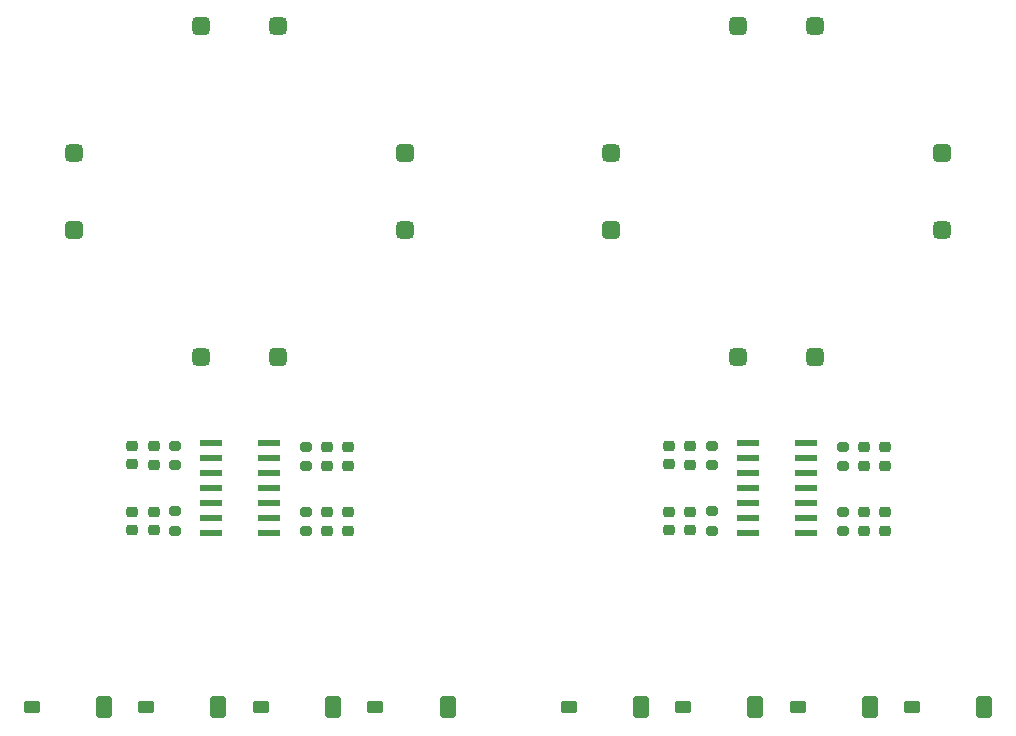
<source format=gbr>
%TF.GenerationSoftware,KiCad,Pcbnew,7.0.7*%
%TF.CreationDate,2023-10-25T17:49:02-07:00*%
%TF.ProjectId,sfh2430_breakout_panelized,73666832-3433-4305-9f62-7265616b6f75,rev?*%
%TF.SameCoordinates,Original*%
%TF.FileFunction,Paste,Top*%
%TF.FilePolarity,Positive*%
%FSLAX46Y46*%
G04 Gerber Fmt 4.6, Leading zero omitted, Abs format (unit mm)*
G04 Created by KiCad (PCBNEW 7.0.7) date 2023-10-25 17:49:02*
%MOMM*%
%LPD*%
G01*
G04 APERTURE LIST*
G04 Aperture macros list*
%AMRoundRect*
0 Rectangle with rounded corners*
0 $1 Rounding radius*
0 $2 $3 $4 $5 $6 $7 $8 $9 X,Y pos of 4 corners*
0 Add a 4 corners polygon primitive as box body*
4,1,4,$2,$3,$4,$5,$6,$7,$8,$9,$2,$3,0*
0 Add four circle primitives for the rounded corners*
1,1,$1+$1,$2,$3*
1,1,$1+$1,$4,$5*
1,1,$1+$1,$6,$7*
1,1,$1+$1,$8,$9*
0 Add four rect primitives between the rounded corners*
20,1,$1+$1,$2,$3,$4,$5,0*
20,1,$1+$1,$4,$5,$6,$7,0*
20,1,$1+$1,$6,$7,$8,$9,0*
20,1,$1+$1,$8,$9,$2,$3,0*%
G04 Aperture macros list end*
%ADD10RoundRect,0.225000X0.250000X-0.225000X0.250000X0.225000X-0.250000X0.225000X-0.250000X-0.225000X0*%
%ADD11RoundRect,0.200000X0.275000X-0.200000X0.275000X0.200000X-0.275000X0.200000X-0.275000X-0.200000X0*%
%ADD12RoundRect,0.375000X0.375000X0.375000X-0.375000X0.375000X-0.375000X-0.375000X0.375000X-0.375000X0*%
%ADD13RoundRect,0.375000X0.375000X0.387000X-0.375000X0.387000X-0.375000X-0.387000X0.375000X-0.387000X0*%
%ADD14RoundRect,0.375000X-0.375000X0.375000X-0.375000X-0.375000X0.375000X-0.375000X0.375000X0.375000X0*%
%ADD15RoundRect,0.375000X-0.387000X0.375000X-0.387000X-0.375000X0.387000X-0.375000X0.387000X0.375000X0*%
%ADD16RoundRect,0.162500X-0.487500X-0.787500X0.487500X-0.787500X0.487500X0.787500X-0.487500X0.787500X0*%
%ADD17RoundRect,0.137500X-0.512500X-0.412500X0.512500X-0.412500X0.512500X0.412500X-0.512500X0.412500X0*%
%ADD18RoundRect,0.225000X-0.250000X0.225000X-0.250000X-0.225000X0.250000X-0.225000X0.250000X0.225000X0*%
%ADD19RoundRect,0.200000X-0.275000X0.200000X-0.275000X-0.200000X0.275000X-0.200000X0.275000X0.200000X0*%
%ADD20RoundRect,0.375000X-0.375000X-0.375000X0.375000X-0.375000X0.375000X0.375000X-0.375000X0.375000X0*%
%ADD21RoundRect,0.375000X-0.375000X-0.387000X0.375000X-0.387000X0.375000X0.387000X-0.375000X0.387000X0*%
%ADD22R,1.981200X0.533400*%
%ADD23RoundRect,0.375000X0.375000X-0.375000X0.375000X0.375000X-0.375000X0.375000X-0.375000X-0.375000X0*%
%ADD24RoundRect,0.375000X0.387000X-0.375000X0.387000X0.375000X-0.387000X0.375000X-0.387000X-0.375000X0*%
G04 APERTURE END LIST*
D10*
%TO.C,C1*%
X109150000Y-91795000D03*
X109150000Y-90245000D03*
%TD*%
%TO.C,C1*%
X63700000Y-91795000D03*
X63700000Y-90245000D03*
%TD*%
D11*
%TO.C,R3*%
X123850000Y-91950000D03*
X123850000Y-90300000D03*
%TD*%
%TO.C,R3*%
X78400000Y-91950000D03*
X78400000Y-90300000D03*
%TD*%
D12*
%TO.C,J3*%
X76050000Y-54700000D03*
D13*
X69550000Y-54700000D03*
%TD*%
D12*
%TO.C,J3*%
X121500000Y-54700000D03*
D13*
X115000000Y-54700000D03*
%TD*%
D10*
%TO.C,C2*%
X110950000Y-91800000D03*
X110950000Y-90250000D03*
%TD*%
%TO.C,C2*%
X65500000Y-91800000D03*
X65500000Y-90250000D03*
%TD*%
D14*
%TO.C,J2*%
X104250000Y-65450000D03*
D15*
X104250000Y-71950000D03*
%TD*%
D14*
%TO.C,J2*%
X58800000Y-65450000D03*
D15*
X58800000Y-71950000D03*
%TD*%
D16*
%TO.C,D3*%
X116450000Y-112350000D03*
D17*
X110350000Y-112350000D03*
%TD*%
D16*
%TO.C,D3*%
X71000000Y-112350000D03*
D17*
X64900000Y-112350000D03*
%TD*%
D18*
%TO.C,C7*%
X127450000Y-95850000D03*
X127450000Y-97400000D03*
%TD*%
%TO.C,C7*%
X82000000Y-95850000D03*
X82000000Y-97400000D03*
%TD*%
%TO.C,C4*%
X110950000Y-95800000D03*
X110950000Y-97350000D03*
%TD*%
%TO.C,C4*%
X65500000Y-95800000D03*
X65500000Y-97350000D03*
%TD*%
D19*
%TO.C,R2*%
X112750000Y-95770000D03*
X112750000Y-97420000D03*
%TD*%
%TO.C,R2*%
X67300000Y-95770000D03*
X67300000Y-97420000D03*
%TD*%
D20*
%TO.C,J1*%
X115000000Y-82700000D03*
D21*
X121500000Y-82700000D03*
%TD*%
D20*
%TO.C,J1*%
X69550000Y-82700000D03*
D21*
X76050000Y-82700000D03*
%TD*%
D11*
%TO.C,R1*%
X112750000Y-91850000D03*
X112750000Y-90200000D03*
%TD*%
%TO.C,R1*%
X67300000Y-91850000D03*
X67300000Y-90200000D03*
%TD*%
D16*
%TO.C,D1*%
X135841269Y-112350000D03*
D17*
X129741269Y-112350000D03*
%TD*%
D16*
%TO.C,D1*%
X90391269Y-112350000D03*
D17*
X84291269Y-112350000D03*
%TD*%
D22*
%TO.C,U1*%
X115822400Y-90010000D03*
X115822400Y-91280000D03*
X115822400Y-92550000D03*
X115822400Y-93820000D03*
X115822400Y-95090000D03*
X115822400Y-96360000D03*
X115822400Y-97630000D03*
X120750000Y-97630000D03*
X120750000Y-96360000D03*
X120750000Y-95090000D03*
X120750000Y-93820000D03*
X120750000Y-92550000D03*
X120750000Y-91280000D03*
X120750000Y-90010000D03*
%TD*%
%TO.C,U1*%
X70372400Y-90010000D03*
X70372400Y-91280000D03*
X70372400Y-92550000D03*
X70372400Y-93820000D03*
X70372400Y-95090000D03*
X70372400Y-96360000D03*
X70372400Y-97630000D03*
X75300000Y-97630000D03*
X75300000Y-96360000D03*
X75300000Y-95090000D03*
X75300000Y-93820000D03*
X75300000Y-92550000D03*
X75300000Y-91280000D03*
X75300000Y-90010000D03*
%TD*%
D18*
%TO.C,C3*%
X109150000Y-95800000D03*
X109150000Y-97350000D03*
%TD*%
%TO.C,C3*%
X63700000Y-95800000D03*
X63700000Y-97350000D03*
%TD*%
D19*
%TO.C,R4*%
X123850000Y-95800000D03*
X123850000Y-97450000D03*
%TD*%
%TO.C,R4*%
X78400000Y-95800000D03*
X78400000Y-97450000D03*
%TD*%
D16*
%TO.C,D2*%
X106750000Y-112350000D03*
D17*
X100650000Y-112350000D03*
%TD*%
D16*
%TO.C,D2*%
X61300000Y-112350000D03*
D17*
X55200000Y-112350000D03*
%TD*%
D10*
%TO.C,C6*%
X125650000Y-91900000D03*
X125650000Y-90350000D03*
%TD*%
%TO.C,C6*%
X80200000Y-91900000D03*
X80200000Y-90350000D03*
%TD*%
D18*
%TO.C,C8*%
X125650000Y-95850000D03*
X125650000Y-97400000D03*
%TD*%
%TO.C,C8*%
X80200000Y-95850000D03*
X80200000Y-97400000D03*
%TD*%
D23*
%TO.C,J4*%
X132250000Y-71950000D03*
D24*
X132250000Y-65450000D03*
%TD*%
D23*
%TO.C,J4*%
X86800000Y-71950000D03*
D24*
X86800000Y-65450000D03*
%TD*%
D16*
%TO.C,D4*%
X126150000Y-112350000D03*
D17*
X120050000Y-112350000D03*
%TD*%
D16*
%TO.C,D4*%
X80700000Y-112350000D03*
D17*
X74600000Y-112350000D03*
%TD*%
D10*
%TO.C,C5*%
X127450000Y-91900000D03*
X127450000Y-90350000D03*
%TD*%
%TO.C,C5*%
X82000000Y-91900000D03*
X82000000Y-90350000D03*
%TD*%
M02*

</source>
